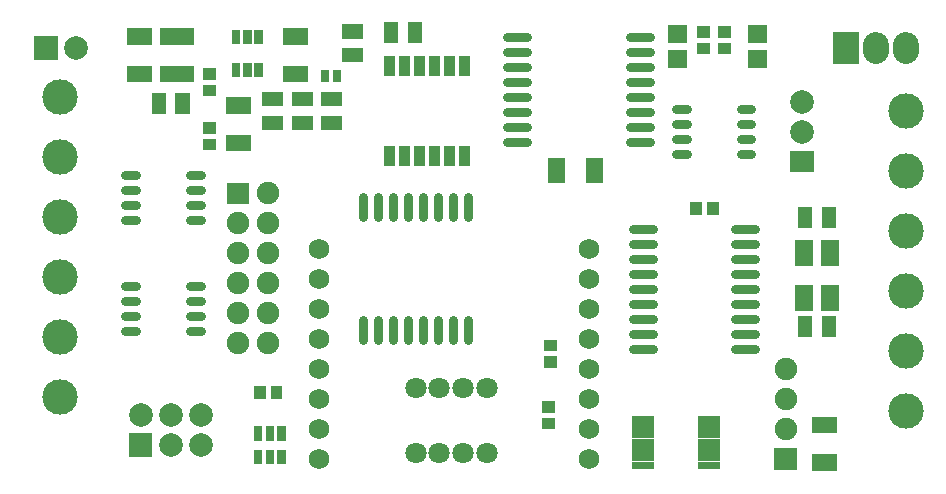
<source format=gts>
G04 Layer: TopSolderMaskLayer*
G04 EasyEDA v6.4.7, 2020-12-07T12:31:00+11:00*
G04 abd5dd9122e84a36b54d064553817704,febe97c2bcdd4f57a3b586bf34626918,10*
G04 Gerber Generator version 0.2*
G04 Scale: 100 percent, Rotated: No, Reflected: No *
G04 Dimensions in millimeters *
G04 leading zeros omitted , absolute positions ,3 integer and 3 decimal *
%FSLAX33Y33*%
%MOMM*%
G90*
D02*

%ADD48C,0.803199*%
%ADD49C,2.203196*%
%ADD50C,1.727200*%
%ADD54C,1.903197*%
%ADD55C,2.003196*%
%ADD57C,1.803197*%
%ADD58C,3.003296*%

%LPD*%
G54D48*
G01X56844Y28829D02*
G01X55144Y28829D01*
G01X56844Y30099D02*
G01X55144Y30099D01*
G01X56844Y31369D02*
G01X55144Y31369D01*
G01X56844Y32639D02*
G01X55144Y32639D01*
G01X56844Y33909D02*
G01X55144Y33909D01*
G01X56844Y35179D02*
G01X55144Y35179D01*
G01X56844Y36449D02*
G01X55144Y36449D01*
G01X56844Y37719D02*
G01X55144Y37719D01*
G01X46455Y28829D02*
G01X44755Y28829D01*
G01X46455Y30099D02*
G01X44755Y30099D01*
G01X46455Y31369D02*
G01X44755Y31369D01*
G01X46455Y32639D02*
G01X44755Y32639D01*
G01X46455Y33909D02*
G01X44755Y33909D01*
G01X46455Y35179D02*
G01X44755Y35179D01*
G01X46455Y36449D02*
G01X44755Y36449D01*
G01X46455Y37719D02*
G01X44755Y37719D01*
G01X65728Y11303D02*
G01X64028Y11303D01*
G01X65728Y12573D02*
G01X64028Y12573D01*
G01X65728Y13843D02*
G01X64028Y13843D01*
G01X65728Y15113D02*
G01X64028Y15113D01*
G01X65728Y16383D02*
G01X64028Y16383D01*
G01X65728Y17653D02*
G01X64028Y17653D01*
G01X65728Y18923D02*
G01X64028Y18923D01*
G01X65728Y20193D02*
G01X64028Y20193D01*
G01X65728Y21463D02*
G01X64028Y21463D01*
G01X57129Y11303D02*
G01X55429Y11303D01*
G01X57129Y12573D02*
G01X55429Y12573D01*
G01X57129Y13843D02*
G01X55429Y13843D01*
G01X57129Y15113D02*
G01X55429Y15113D01*
G01X57129Y16383D02*
G01X55429Y16383D01*
G01X57129Y17653D02*
G01X55429Y17653D01*
G01X57129Y18923D02*
G01X55429Y18923D01*
G01X57129Y20193D02*
G01X55429Y20193D01*
G01X57129Y21463D02*
G01X55429Y21463D01*
G01X32512Y12116D02*
G01X32512Y13816D01*
G01X33782Y12116D02*
G01X33782Y13816D01*
G01X35052Y12116D02*
G01X35052Y13816D01*
G01X36322Y12116D02*
G01X36322Y13816D01*
G01X37592Y12116D02*
G01X37592Y13816D01*
G01X38862Y12116D02*
G01X38862Y13816D01*
G01X40132Y12116D02*
G01X40132Y13816D01*
G01X41402Y12116D02*
G01X41402Y13816D01*
G01X32512Y22505D02*
G01X32512Y24205D01*
G01X33782Y22505D02*
G01X33782Y24205D01*
G01X35052Y22505D02*
G01X35052Y24205D01*
G01X36322Y22505D02*
G01X36322Y24205D01*
G01X37592Y22505D02*
G01X37592Y24205D01*
G01X38862Y22505D02*
G01X38862Y24205D01*
G01X40132Y22505D02*
G01X40132Y24205D01*
G01X41402Y22505D02*
G01X41402Y24205D01*
G01X17900Y22225D02*
G01X18820Y22225D01*
G01X17900Y23495D02*
G01X18820Y23495D01*
G01X17900Y24765D02*
G01X18820Y24765D01*
G01X17900Y26035D02*
G01X18820Y26035D01*
G01X12421Y22225D02*
G01X13341Y22225D01*
G01X12421Y23495D02*
G01X13341Y23495D01*
G01X12421Y24765D02*
G01X13341Y24765D01*
G01X12421Y26035D02*
G01X13341Y26035D01*
G01X17900Y12827D02*
G01X18820Y12827D01*
G01X17900Y14097D02*
G01X18820Y14097D01*
G01X17900Y15367D02*
G01X18820Y15367D01*
G01X17900Y16637D02*
G01X18820Y16637D01*
G01X12421Y12827D02*
G01X13341Y12827D01*
G01X12421Y14097D02*
G01X13341Y14097D01*
G01X12421Y15367D02*
G01X13341Y15367D01*
G01X12421Y16637D02*
G01X13341Y16637D01*
G01X64509Y27813D02*
G01X65429Y27813D01*
G01X64509Y29083D02*
G01X65429Y29083D01*
G01X64509Y30353D02*
G01X65429Y30353D01*
G01X64509Y31623D02*
G01X65429Y31623D01*
G01X59030Y27813D02*
G01X59950Y27813D01*
G01X59030Y29083D02*
G01X59950Y29083D01*
G01X59030Y30353D02*
G01X59950Y30353D01*
G01X59030Y31623D02*
G01X59950Y31623D01*
G54D49*
G01X75946Y37080D02*
G01X75946Y36580D01*
G01X78486Y37080D02*
G01X78486Y36580D01*
G54D50*
G01X28829Y2032D03*
G01X28829Y4572D03*
G01X28829Y7112D03*
G01X28829Y9652D03*
G01X28829Y12192D03*
G01X28829Y14732D03*
G01X28829Y17272D03*
G01X28829Y19812D03*
G01X51689Y2032D03*
G01X51689Y4572D03*
G01X51689Y7112D03*
G01X51689Y9652D03*
G01X51689Y12192D03*
G01X51689Y14732D03*
G01X51689Y17272D03*
G01X51689Y19812D03*
G36*
G01X61666Y22689D02*
G01X61666Y23792D01*
G01X62669Y23792D01*
G01X62669Y22689D01*
G01X61666Y22689D01*
G37*
G36*
G01X60266Y22689D02*
G01X60266Y23792D01*
G01X61269Y23792D01*
G01X61269Y22689D01*
G01X60266Y22689D01*
G37*
G36*
G01X24709Y7068D02*
G01X24709Y8171D01*
G01X25712Y8171D01*
G01X25712Y7068D01*
G01X24709Y7068D01*
G37*
G36*
G01X23309Y7068D02*
G01X23309Y8171D01*
G01X24312Y8171D01*
G01X24312Y7068D01*
G01X23309Y7068D01*
G37*
G36*
G01X55303Y5077D02*
G01X55303Y5679D01*
G01X57205Y5679D01*
G01X57205Y5077D01*
G01X55303Y5077D01*
G37*
G36*
G01X55303Y4427D02*
G01X55303Y5031D01*
G01X57205Y5031D01*
G01X57205Y4427D01*
G01X55303Y4427D01*
G37*
G36*
G01X55303Y3776D02*
G01X55303Y4381D01*
G01X57205Y4381D01*
G01X57205Y3776D01*
G01X55303Y3776D01*
G37*
G36*
G01X55303Y3126D02*
G01X55303Y3731D01*
G01X57205Y3731D01*
G01X57205Y3126D01*
G01X55303Y3126D01*
G37*
G36*
G01X55303Y2476D02*
G01X55303Y3081D01*
G01X57205Y3081D01*
G01X57205Y2476D01*
G01X55303Y2476D01*
G37*
G36*
G01X55303Y1826D02*
G01X55303Y2430D01*
G01X57205Y2430D01*
G01X57205Y1826D01*
G01X55303Y1826D01*
G37*
G36*
G01X55303Y1178D02*
G01X55303Y1780D01*
G01X57205Y1780D01*
G01X57205Y1178D01*
G01X55303Y1178D01*
G37*
G36*
G01X60904Y1178D02*
G01X60904Y1780D01*
G01X62806Y1780D01*
G01X62806Y1178D01*
G01X60904Y1178D01*
G37*
G36*
G01X60904Y1826D02*
G01X60904Y2430D01*
G01X62806Y2430D01*
G01X62806Y1826D01*
G01X60904Y1826D01*
G37*
G36*
G01X60904Y2476D02*
G01X60904Y3081D01*
G01X62806Y3081D01*
G01X62806Y2476D01*
G01X60904Y2476D01*
G37*
G36*
G01X60904Y3126D02*
G01X60904Y3731D01*
G01X62806Y3731D01*
G01X62806Y3126D01*
G01X60904Y3126D01*
G37*
G36*
G01X60904Y3776D02*
G01X60904Y4381D01*
G01X62806Y4381D01*
G01X62806Y3776D01*
G01X60904Y3776D01*
G37*
G36*
G01X60904Y4427D02*
G01X60904Y5031D01*
G01X62806Y5031D01*
G01X62806Y4427D01*
G01X60904Y4427D01*
G37*
G36*
G01X60904Y5077D02*
G01X60904Y5679D01*
G01X62806Y5679D01*
G01X62806Y5077D01*
G01X60904Y5077D01*
G37*
G36*
G01X67373Y1079D02*
G01X67373Y2984D01*
G01X69278Y2984D01*
G01X69278Y1079D01*
G01X67373Y1079D01*
G37*
G54D54*
G01X68326Y4572D03*
G01X68326Y7112D03*
G01X68326Y9652D03*
G54D55*
G01X18796Y5715D03*
G01X18796Y3175D03*
G01X16256Y5715D03*
G01X16256Y3175D03*
G01X13716Y5715D03*
G36*
G01X12715Y2174D02*
G01X12715Y4175D01*
G01X14716Y4175D01*
G01X14716Y2174D01*
G01X12715Y2174D01*
G37*
G54D57*
G01X37005Y2540D03*
G01X39005Y2540D03*
G01X41004Y2540D03*
G01X43004Y2540D03*
G01X37005Y8001D03*
G01X39005Y8001D03*
G01X41004Y8001D03*
G01X43004Y8001D03*
G54D58*
G01X6859Y7240D03*
G01X6859Y12320D03*
G01X6857Y17398D03*
G01X6859Y22480D03*
G01X6859Y27560D03*
G01X6856Y32637D03*
G01X78484Y31494D03*
G01X78484Y26414D03*
G01X78486Y21336D03*
G01X78484Y16254D03*
G01X78484Y11174D03*
G01X78487Y6097D03*
G54D54*
G01X24511Y11811D03*
G01X21971Y11811D03*
G01X24511Y14351D03*
G01X21971Y14351D03*
G01X24511Y16891D03*
G01X21971Y16891D03*
G01X24511Y19431D03*
G01X21971Y19431D03*
G01X24511Y21971D03*
G01X21971Y21971D03*
G01X24511Y24511D03*
G36*
G01X21018Y23622D02*
G01X21018Y25400D01*
G01X22923Y25400D01*
G01X22923Y23622D01*
G01X21018Y23622D01*
G37*
G36*
G01X26555Y29893D02*
G01X26555Y31097D01*
G01X28308Y31097D01*
G01X28308Y29893D01*
G01X26555Y29893D01*
G37*
G36*
G01X26555Y31894D02*
G01X26555Y33098D01*
G01X28308Y33098D01*
G01X28308Y31894D01*
G01X26555Y31894D01*
G37*
G36*
G01X36339Y37223D02*
G01X36339Y38976D01*
G01X37543Y38976D01*
G01X37543Y37223D01*
G01X36339Y37223D01*
G37*
G36*
G01X34338Y37223D02*
G01X34338Y38976D01*
G01X35542Y38976D01*
G01X35542Y37223D01*
G01X34338Y37223D01*
G37*
G36*
G01X30746Y35608D02*
G01X30746Y36812D01*
G01X32499Y36812D01*
G01X32499Y35608D01*
G01X30746Y35608D01*
G37*
G36*
G01X30746Y37609D02*
G01X30746Y38813D01*
G01X32499Y38813D01*
G01X32499Y37609D01*
G01X30746Y37609D01*
G37*
G36*
G01X28994Y33916D02*
G01X28994Y34919D01*
G01X29697Y34919D01*
G01X29697Y33916D01*
G01X28994Y33916D01*
G37*
G36*
G01X29992Y33916D02*
G01X29992Y34919D01*
G01X30695Y34919D01*
G01X30695Y33916D01*
G01X29992Y33916D01*
G37*
G36*
G01X15313Y37094D02*
G01X15313Y38496D01*
G01X18214Y38496D01*
G01X18214Y37094D01*
G01X15313Y37094D01*
G37*
G36*
G01X15313Y33893D02*
G01X15313Y35295D01*
G01X18214Y35295D01*
G01X18214Y33893D01*
G01X15313Y33893D01*
G37*
G36*
G01X14653Y31254D02*
G01X14653Y33007D01*
G01X15857Y33007D01*
G01X15857Y31254D01*
G01X14653Y31254D01*
G37*
G36*
G01X16654Y31254D02*
G01X16654Y33007D01*
G01X17858Y33007D01*
G01X17858Y31254D01*
G01X16654Y31254D01*
G37*
G36*
G01X19006Y32707D02*
G01X19006Y33710D01*
G01X20109Y33710D01*
G01X20109Y32707D01*
G01X19006Y32707D01*
G37*
G36*
G01X19006Y34107D02*
G01X19006Y35110D01*
G01X20109Y35110D01*
G01X20109Y34107D01*
G01X19006Y34107D01*
G37*
G36*
G01X12537Y37094D02*
G01X12537Y38496D01*
G01X14640Y38496D01*
G01X14640Y37094D01*
G01X12537Y37094D01*
G37*
G36*
G01X12537Y33893D02*
G01X12537Y35295D01*
G01X14640Y35295D01*
G01X14640Y33893D01*
G01X12537Y33893D01*
G37*
G36*
G01X19006Y28135D02*
G01X19006Y29138D01*
G01X20109Y29138D01*
G01X20109Y28135D01*
G01X19006Y28135D01*
G37*
G36*
G01X19006Y29535D02*
G01X19006Y30538D01*
G01X20109Y30538D01*
G01X20109Y29535D01*
G01X19006Y29535D01*
G37*
G36*
G01X24015Y29893D02*
G01X24015Y31097D01*
G01X25768Y31097D01*
G01X25768Y29893D01*
G01X24015Y29893D01*
G37*
G36*
G01X24015Y31894D02*
G01X24015Y33098D01*
G01X25768Y33098D01*
G01X25768Y31894D01*
G01X24015Y31894D01*
G37*
G36*
G01X28968Y29893D02*
G01X28968Y31097D01*
G01X30721Y31097D01*
G01X30721Y29893D01*
G01X28968Y29893D01*
G37*
G36*
G01X28968Y31894D02*
G01X28968Y33098D01*
G01X30721Y33098D01*
G01X30721Y31894D01*
G01X28968Y31894D01*
G37*
G36*
G01X23307Y34320D02*
G01X23307Y35524D01*
G01X24058Y35524D01*
G01X24058Y34320D01*
G01X23307Y34320D01*
G37*
G36*
G01X22357Y34320D02*
G01X22357Y35524D01*
G01X23108Y35524D01*
G01X23108Y34320D01*
G01X22357Y34320D01*
G37*
G36*
G01X21407Y34320D02*
G01X21407Y35524D01*
G01X22158Y35524D01*
G01X22158Y34320D01*
G01X21407Y34320D01*
G37*
G36*
G01X21407Y37119D02*
G01X21407Y38323D01*
G01X22158Y38323D01*
G01X22158Y37119D01*
G01X21407Y37119D01*
G37*
G36*
G01X22357Y37119D02*
G01X22357Y38323D01*
G01X23108Y38323D01*
G01X23108Y37119D01*
G01X22357Y37119D01*
G37*
G36*
G01X23307Y37119D02*
G01X23307Y38323D01*
G01X24058Y38323D01*
G01X24058Y37119D01*
G01X23307Y37119D01*
G37*
G36*
G01X25745Y37094D02*
G01X25745Y38496D01*
G01X27848Y38496D01*
G01X27848Y37094D01*
G01X25745Y37094D01*
G37*
G36*
G01X25745Y33893D02*
G01X25745Y35295D01*
G01X27848Y35295D01*
G01X27848Y33893D01*
G01X25745Y33893D01*
G37*
G36*
G01X20919Y28051D02*
G01X20919Y29453D01*
G01X23022Y29453D01*
G01X23022Y28051D01*
G01X20919Y28051D01*
G37*
G36*
G01X20919Y31252D02*
G01X20919Y32654D01*
G01X23022Y32654D01*
G01X23022Y31252D01*
G01X20919Y31252D01*
G37*
G36*
G01X38125Y26822D02*
G01X38125Y28549D01*
G01X39090Y28549D01*
G01X39090Y26822D01*
G01X38125Y26822D01*
G37*
G36*
G01X38125Y34442D02*
G01X38125Y36169D01*
G01X39090Y36169D01*
G01X39090Y34442D01*
G01X38125Y34442D01*
G37*
G36*
G01X39395Y34442D02*
G01X39395Y36169D01*
G01X40360Y36169D01*
G01X40360Y34442D01*
G01X39395Y34442D01*
G37*
G36*
G01X39395Y26822D02*
G01X39395Y28549D01*
G01X40360Y28549D01*
G01X40360Y26822D01*
G01X39395Y26822D01*
G37*
G36*
G01X40665Y26822D02*
G01X40665Y28549D01*
G01X41630Y28549D01*
G01X41630Y26822D01*
G01X40665Y26822D01*
G37*
G36*
G01X40665Y34442D02*
G01X40665Y36169D01*
G01X41630Y36169D01*
G01X41630Y34442D01*
G01X40665Y34442D01*
G37*
G36*
G01X36855Y34442D02*
G01X36855Y36169D01*
G01X37820Y36169D01*
G01X37820Y34442D01*
G01X36855Y34442D01*
G37*
G36*
G01X36855Y26822D02*
G01X36855Y28549D01*
G01X37820Y28549D01*
G01X37820Y26822D01*
G01X36855Y26822D01*
G37*
G36*
G01X35585Y26822D02*
G01X35585Y28549D01*
G01X36550Y28549D01*
G01X36550Y26822D01*
G01X35585Y26822D01*
G37*
G36*
G01X35585Y34442D02*
G01X35585Y36169D01*
G01X36550Y36169D01*
G01X36550Y34442D01*
G01X35585Y34442D01*
G37*
G36*
G01X34315Y34442D02*
G01X34315Y36169D01*
G01X35280Y36169D01*
G01X35280Y34442D01*
G01X34315Y34442D01*
G37*
G36*
G01X34315Y26822D02*
G01X34315Y28549D01*
G01X35280Y28549D01*
G01X35280Y26822D01*
G01X34315Y26822D01*
G37*
G36*
G01X69390Y21602D02*
G01X69390Y23355D01*
G01X70594Y23355D01*
G01X70594Y21602D01*
G01X69390Y21602D01*
G37*
G36*
G01X71391Y21602D02*
G01X71391Y23355D01*
G01X72595Y23355D01*
G01X72595Y21602D01*
G01X71391Y21602D01*
G37*
G36*
G01X69390Y12331D02*
G01X69390Y14084D01*
G01X70594Y14084D01*
G01X70594Y12331D01*
G01X69390Y12331D01*
G37*
G36*
G01X71391Y12331D02*
G01X71391Y14084D01*
G01X72595Y14084D01*
G01X72595Y12331D01*
G01X71391Y12331D01*
G37*
G36*
G01X47835Y9720D02*
G01X47835Y10723D01*
G01X48938Y10723D01*
G01X48938Y9720D01*
G01X47835Y9720D01*
G37*
G36*
G01X47835Y11120D02*
G01X47835Y12123D01*
G01X48938Y12123D01*
G01X48938Y11120D01*
G01X47835Y11120D01*
G37*
G36*
G01X47708Y4513D02*
G01X47708Y5516D01*
G01X48811Y5516D01*
G01X48811Y4513D01*
G01X47708Y4513D01*
G37*
G36*
G01X47708Y5913D02*
G01X47708Y6916D01*
G01X48811Y6916D01*
G01X48811Y5913D01*
G01X47708Y5913D01*
G37*
G36*
G01X70576Y1000D02*
G01X70576Y2402D01*
G01X72679Y2402D01*
G01X72679Y1000D01*
G01X70576Y1000D01*
G37*
G36*
G01X70576Y4201D02*
G01X70576Y5603D01*
G01X72679Y5603D01*
G01X72679Y4201D01*
G01X70576Y4201D01*
G37*
G36*
G01X65112Y37254D02*
G01X65112Y38757D01*
G01X66715Y38757D01*
G01X66715Y37254D01*
G01X65112Y37254D01*
G37*
G36*
G01X65112Y35153D02*
G01X65112Y36657D01*
G01X66715Y36657D01*
G01X66715Y35153D01*
G01X65112Y35153D01*
G37*
G36*
G01X58381Y37254D02*
G01X58381Y38757D01*
G01X59984Y38757D01*
G01X59984Y37254D01*
G01X58381Y37254D01*
G37*
G36*
G01X58381Y35153D02*
G01X58381Y36657D01*
G01X59984Y36657D01*
G01X59984Y35153D01*
G01X58381Y35153D01*
G37*
G36*
G01X71340Y14523D02*
G01X71340Y16728D01*
G01X72844Y16728D01*
G01X72844Y14523D01*
G01X71340Y14523D01*
G37*
G36*
G01X69141Y18323D02*
G01X69141Y20528D01*
G01X70645Y20528D01*
G01X70645Y18323D01*
G01X69141Y18323D01*
G37*
G36*
G01X71340Y18323D02*
G01X71340Y20528D01*
G01X72844Y20528D01*
G01X72844Y18323D01*
G01X71340Y18323D01*
G37*
G36*
G01X69141Y14523D02*
G01X69141Y16728D01*
G01X70645Y16728D01*
G01X70645Y14523D01*
G01X69141Y14523D01*
G37*
G36*
G01X62567Y36263D02*
G01X62567Y37266D01*
G01X63670Y37266D01*
G01X63670Y36263D01*
G01X62567Y36263D01*
G37*
G36*
G01X62567Y37663D02*
G01X62567Y38666D01*
G01X63670Y38666D01*
G01X63670Y37663D01*
G01X62567Y37663D01*
G37*
G36*
G01X60789Y36263D02*
G01X60789Y37266D01*
G01X61892Y37266D01*
G01X61892Y36263D01*
G01X60789Y36263D01*
G37*
G36*
G01X60789Y37663D02*
G01X60789Y38666D01*
G01X61892Y38666D01*
G01X61892Y37663D01*
G01X60789Y37663D01*
G37*
G36*
G01X25288Y3573D02*
G01X25288Y4777D01*
G01X25989Y4777D01*
G01X25989Y3573D01*
G01X25288Y3573D01*
G37*
G36*
G01X24287Y3573D02*
G01X24287Y4777D01*
G01X24988Y4777D01*
G01X24988Y3573D01*
G01X24287Y3573D01*
G37*
G36*
G01X23286Y3573D02*
G01X23286Y4777D01*
G01X23987Y4777D01*
G01X23987Y3573D01*
G01X23286Y3573D01*
G37*
G36*
G01X23286Y1572D02*
G01X23286Y2776D01*
G01X23987Y2776D01*
G01X23987Y1572D01*
G01X23286Y1572D01*
G37*
G36*
G01X24287Y1572D02*
G01X24287Y2776D01*
G01X24988Y2776D01*
G01X24988Y1572D01*
G01X24287Y1572D01*
G37*
G36*
G01X25288Y1572D02*
G01X25288Y2776D01*
G01X25989Y2776D01*
G01X25989Y1572D01*
G01X25288Y1572D01*
G37*
G54D55*
G01X69723Y32258D03*
G01X69723Y29718D03*
G36*
G01X68722Y26289D02*
G01X68722Y28067D01*
G01X70723Y28067D01*
G01X70723Y26289D01*
G01X68722Y26289D01*
G37*
G36*
G01X72303Y35478D02*
G01X72303Y38181D01*
G01X74508Y38181D01*
G01X74508Y35478D01*
G01X72303Y35478D01*
G37*
G01X8255Y36830D03*
G36*
G01X4714Y35829D02*
G01X4714Y37830D01*
G01X6715Y37830D01*
G01X6715Y35829D01*
G01X4714Y35829D01*
G37*
G36*
G01X51445Y25364D02*
G01X51445Y27467D01*
G01X52847Y27467D01*
G01X52847Y25364D01*
G01X51445Y25364D01*
G37*
G36*
G01X48244Y25364D02*
G01X48244Y27467D01*
G01X49646Y27467D01*
G01X49646Y25364D01*
G01X48244Y25364D01*
G37*
M00*
M02*

</source>
